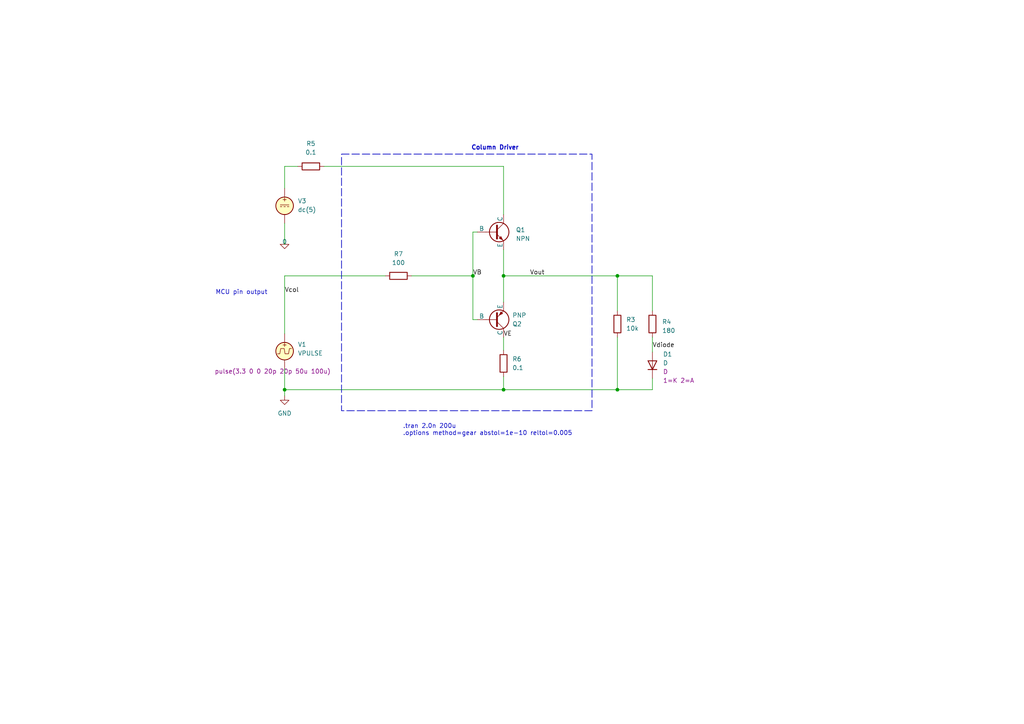
<source format=kicad_sch>
(kicad_sch (version 20250114) (generator "eeschema") (generator_version "9.0")
  (paper "A4")
  (lib_symbols
    (symbol "Device:R" (pin_numbers (hide yes)) (pin_names (offset 0))
      (property "Reference" "R" (at 2.032 0 90))
      (property "Value" "R" (at 0 0 90))
      (symbol "R_0_1"
        (rectangle (start -1.016 -2.54) (end 1.016 2.54) (stroke (width 0.254)))
      )
      (symbol "R_1_1"
        (pin passive line (at 0 3.81 270) (length 1.27) (name "~") (number "1"))
        (pin passive line (at 0 -3.81 90) (length 1.27) (name "~") (number "2"))
      )
    )
    (symbol "Simulation_SPICE:0" (power) (pin_names (offset 0))
      (property "Value" "0" (at 0 -1.778 0))
      (symbol "0_0_1"
        (polyline (pts (xy -1.27 0) (xy 0 -1.27) (xy 1.27 0) (xy -1.27 0)))
      )
      (symbol "0_1_1"
        (pin power_in line (at 0 0 0) (length 0) (hide yes) (name "0") (number "1"))
      )
    )
    (symbol "Simulation_SPICE:D" (pin_numbers (hide yes)) (pin_names (offset 1.016) (hide yes))
      (property "Reference" "D" (at 0 2.54 0))
      (property "Value" "D" (at 0 -2.54 0))
      (property "Sim.Device" "D" (at 0 0 0))
      (property "Sim.Pins" "1=K 2=A" (at 0 0 0))
      (symbol "D_0_1"
        (polyline (pts (xy -1.27 1.27) (xy -1.27 -1.27)) (stroke (width 0.254)))
        (polyline (pts (xy 1.27 1.27) (xy 1.27 -1.27) (xy -1.27 0) (xy 1.27 1.27)) (stroke (width 0.254)))
        (polyline (pts (xy 1.27 0) (xy -1.27 0)))
      )
      (symbol "D_1_1"
        (pin passive line (at -3.81 0 0) (length 2.54) (name "K") (number "1"))
        (pin passive line (at 3.81 0 180) (length 2.54) (name "A") (number "2"))
      )
    )
    (symbol "Simulation_SPICE:NPN" (pin_numbers (hide yes)) (pin_names (offset 0))
      (property "Reference" "Q" (at -2.54 7.62 0))
      (property "Value" "NPN" (at -2.54 5.08 0))
      (symbol "NPN_0_1"
        (polyline (pts (xy -2.54 0) (xy 0.635 0)) (stroke (width 0.1524)))
        (polyline (pts (xy 0.635 1.905) (xy 0.635 -1.905) (xy 0.635 -1.905)) (stroke (width 0.508)))
        (polyline (pts (xy 0.635 0.635) (xy 2.54 2.54)))
        (polyline (pts (xy 0.635 -0.635) (xy 2.54 -2.54) (xy 2.54 -2.54)))
        (circle (center 1.27 0) (radius 2.8194) (stroke (width 0.254)))
        (polyline (pts (xy 1.27 -1.778) (xy 1.778 -1.27) (xy 2.286 -2.286) (xy 1.27 -1.778) (xy 1.27 -1.778)) (fill (type outline)))
        (polyline (pts (xy 2.794 -1.27) (xy 2.794 -1.27)) (stroke (width 0.1524)))
        (polyline (pts (xy 2.794 -1.27) (xy 2.794 -1.27)) (stroke (width 0.1524)))
      )
      (symbol "NPN_1_1"
        (pin input line (at -5.08 0 0) (length 2.54) (name "B") (number "2"))
        (pin open_collector line (at 2.54 5.08 270) (length 2.54) (name "C") (number "1"))
        (pin open_emitter line (at 2.54 -5.08 90) (length 2.54) (name "E") (number "3"))
      )
    )
    (symbol "Simulation_SPICE:PNP" (pin_numbers (hide yes)) (pin_names (offset 0))
      (property "Reference" "Q" (at -2.54 7.62 0))
      (property "Value" "PNP" (at -2.54 5.08 0))
      (symbol "PNP_0_1"
        (polyline (pts (xy -2.54 0) (xy 0.635 0)) (stroke (width 0.1524)))
        (polyline (pts (xy 0.635 1.905) (xy 0.635 -1.905) (xy 0.635 -1.905)) (stroke (width 0.508)))
        (polyline (pts (xy 0.635 0.635) (xy 2.54 2.54)))
        (polyline (pts (xy 0.635 -0.635) (xy 2.54 -2.54) (xy 2.54 -2.54)))
        (circle (center 1.27 0) (radius 2.8194) (stroke (width 0.254)))
        (polyline (pts (xy 2.286 -1.778) (xy 1.778 -2.286) (xy 1.27 -1.27) (xy 2.286 -1.778) (xy 2.286 -1.778)) (fill (type outline)))
      )
      (symbol "PNP_1_1"
        (pin input line (at -5.08 0 0) (length 2.54) (name "B") (number "2"))
        (pin open_collector line (at 2.54 5.08 270) (length 2.54) (name "C") (number "1"))
        (pin open_emitter line (at 2.54 -5.08 90) (length 2.54) (name "E") (number "3"))
      )
    )
    (symbol "Simulation_SPICE:VDC" (pin_numbers (hide yes)) (pin_names (offset 0.0254))
      (property "Reference" "V" (at 2.54 2.54 0))
      (property "Value" "1" (at 2.54 0 0))
      (symbol "VDC_0_0"
        (polyline (pts (xy -1.27 0.254) (xy 1.27 0.254)))
        (polyline (pts (xy -0.762 -0.254) (xy -1.27 -0.254)))
        (polyline (pts (xy 0.254 -0.254) (xy -0.254 -0.254)))
        (polyline (pts (xy 1.27 -0.254) (xy 0.762 -0.254)))
        (text "+" (at 0 1.905 0) (effects (font (size 1.27 1.27))))
      )
      (symbol "VDC_0_1"
        (circle (center 0 0) (radius 2.54) (stroke (width 0.254)) (fill (type background)))
      )
      (symbol "VDC_1_1"
        (pin passive line (at 0 5.08 270) (length 2.54) (name "~") (number "1"))
        (pin passive line (at 0 -5.08 90) (length 2.54) (name "~") (number "2"))
      )
    )
    (symbol "Simulation_SPICE:VPULSE" (pin_numbers (hide yes)) (pin_names (offset 0.0254))
      (property "Reference" "V" (at 2.54 2.54 0))
      (property "Value" "VPULSE" (at 2.54 0 0))
      (property "Sim.Params" "y1=0 y2=1 td=2n tr=2n tf=2n tw=50n per=100n" (at 2.54 -2.54 0))
      (symbol "VPULSE_0_0"
        (polyline (pts (xy -2.032 -0.762) (xy -1.397 -0.762) (xy -1.143 0.762) (xy -0.127 0.762) (xy 0.127 -0.762) (xy 1.143 -0.762) (xy 1.397 0.762) (xy 2.032 0.762)))
        (text "+" (at 0 1.905 0) (effects (font (size 1.27 1.27))))
      )
      (symbol "VPULSE_0_1"
        (circle (center 0 0) (radius 2.54) (stroke (width 0.254)) (fill (type background)))
      )
      (symbol "VPULSE_1_1"
        (pin passive line (at 0 5.08 270) (length 2.54) (name "~") (number "1"))
        (pin passive line (at 0 -5.08 90) (length 2.54) (name "~") (number "2"))
      )
    )
    (symbol "power:GND" (power) (pin_names (offset 0))
      (property "Value" "GND" (at 0 -3.81 0))
      (symbol "GND_0_1"
        (polyline (pts (xy 0 0) (xy 0 -1.27) (xy 1.27 -1.27) (xy 0 -2.54) (xy -1.27 -1.27) (xy 0 -1.27)))
      )
      (symbol "GND_1_1"
        (pin power_in line (at 0 0 270) (length 0) (hide yes) (name "GND") (number "1"))
      )
    )
  )
  (rectangle (start 99.06 44.704) (end 171.704 119.126) (stroke (width 0.2) (type dash)))
  (text "MCU pin output" (at 62.484 85.598 0) (effects (font (size 1.27 1.27)) (justify left bottom)))
  (text ".tran 2.0n 200u\n.options method=gear abstol=1e-10 reltol=0.005" (at 116.84 126.492 0) (effects (font (size 1.27 1.27)) (justify left bottom)))
  (text "Column Driver" (at 136.652 43.688 0) (effects (font (size 1.27 1.27) (thickness 0.254) (bold yes)) (justify left bottom)))
  (junction (at 146.05 80.01))
  (junction (at 179.07 113.03))
  (junction (at 82.55 113.03))
  (junction (at 179.07 80.01))
  (junction (at 146.05 113.03))
  (junction (at 137.16 80.01))
  (wire (pts (xy 82.55 113.03) (xy 82.55 114.808)))
  (wire (pts (xy 189.23 109.728) (xy 189.23 113.03)))
  (wire (pts (xy 93.98 48.26) (xy 146.05 48.26)))
  (wire (pts (xy 179.07 80.01) (xy 189.23 80.01)))
  (wire (pts (xy 82.55 113.03) (xy 146.05 113.03)))
  (wire (pts (xy 82.55 80.01) (xy 111.76 80.01)))
  (wire (pts (xy 146.05 48.26) (xy 146.05 62.23)))
  (wire (pts (xy 137.16 80.01) (xy 137.16 92.71)))
  (wire (pts (xy 189.23 97.79) (xy 189.23 102.108)))
  (wire (pts (xy 146.05 80.01) (xy 179.07 80.01)))
  (wire (pts (xy 137.16 67.31) (xy 138.43 67.31)))
  (wire (pts (xy 82.55 106.934) (xy 82.55 113.03)))
  (wire (pts (xy 82.55 80.01) (xy 82.55 96.774)))
  (wire (pts (xy 137.16 67.31) (xy 137.16 80.01)))
  (wire (pts (xy 146.05 80.01) (xy 146.05 87.63)))
  (wire (pts (xy 119.38 80.01) (xy 137.16 80.01)))
  (wire (pts (xy 189.23 80.01) (xy 189.23 90.17)))
  (wire (pts (xy 82.55 54.61) (xy 82.55 48.26)))
  (wire (pts (xy 82.55 48.26) (xy 86.36 48.26)))
  (wire (pts (xy 179.07 113.03) (xy 189.23 113.03)))
  (wire (pts (xy 137.16 92.71) (xy 138.43 92.71)))
  (wire (pts (xy 146.05 72.39) (xy 146.05 80.01)))
  (wire (pts (xy 179.07 80.01) (xy 179.07 90.17)))
  (wire (pts (xy 82.55 64.77) (xy 82.55 70.866)))
  (wire (pts (xy 146.05 113.03) (xy 179.07 113.03)))
  (wire (pts (xy 146.05 109.22) (xy 146.05 113.03)))
  (wire (pts (xy 179.07 97.79) (xy 179.07 113.03)))
  (wire (pts (xy 146.05 97.79) (xy 146.05 101.6)))
  (label "Vout" (at 153.67 80.01 0))
  (label "VE" (at 146.05 97.79 0))
  (label "VB" (at 137.16 80.01 0))
  (label "Vdiode" (at 189.23 101.092 0))
  (label "Vcol" (at 82.55 85.09 0))
  (symbol (lib_id "Device:R") (at 179.07 93.98 0) (unit 1)
    (property "Reference" "R3" (at 181.61 92.7099 0) (effects (justify left)))
    (property "Value" "10k" (at 181.61 95.2499 0) (effects (justify left)))
  )
  (symbol (lib_id "Simulation_SPICE:0") (at 82.55 70.866 0) (unit 1)
    (property "Reference" "#GND02" (effects (hide yes)))
    (property "Value" "0" (at 82.55 70.104 0))
  )
  (symbol (lib_id "Device:R") (at 146.05 105.41 0) (unit 1)
    (property "Reference" "R6" (at 148.59 104.1399 0) (effects (justify left)))
    (property "Value" "0.1" (at 148.59 106.6799 0) (effects (justify left)))
  )
  (symbol (lib_id "Device:R") (at 189.23 93.98 0) (unit 1)
    (property "Reference" "R4" (at 192.024 93.345 0) (effects (justify left)))
    (property "Value" "180" (at 192.024 95.885 0) (effects (justify left)))
  )
  (symbol (lib_id "Device:R") (at 90.17 48.26 90) (unit 1)
    (property "Reference" "R5" (at 90.17 41.656 90))
    (property "Value" "0.1" (at 90.17 44.196 90))
  )
  (symbol (lib_id "Simulation_SPICE:VDC") (at 82.55 59.69 0) (unit 1)
    (property "Reference" "V3" (at 86.36 58.2901 0) (effects (justify left)))
    (property "Value" "dc(5)" (at 86.36 60.8301 0) (effects (justify left)))
    (property "Sim.Pins" "1=+ 2=-" (effects (hide yes)))
    (property "Sim.Type" "DC" (effects (hide yes)))
    (property "Sim.Device" "V" (effects (hide yes)))
  )
  (symbol (lib_id "Device:R") (at 115.57 80.01 90) (unit 1)
    (property "Reference" "R7" (at 115.57 73.66 90))
    (property "Value" "100" (at 115.57 76.2 90))
  )
  (symbol (lib_id "Simulation_SPICE:PNP") (at 143.51 92.71 0) (mirror x) (unit 1)
    (property "Reference" "Q2" (at 148.59 93.9801 0) (effects (justify left)))
    (property "Value" "PNP" (at 148.59 91.4401 0) (effects (justify left)))
    (property "Datasheet" "https://ngspice.sourceforge.io/docs/ngspice-html-manual/manual.xhtml#cha_BJTs" (effects (hide yes)))
    (property "Description" "Bipolar transistor symbol for simulation only, substrate tied to the emitter" (effects (hide yes)))
    (property "Sim.Device" "PNP" (effects (hide yes)))
    (property "Sim.Type" "VBIC" (effects (hide yes)))
    (property "Sim.Pins" "1=C 2=B 3=E" (effects (hide yes)))
  )
  (symbol (lib_id "Simulation_SPICE:VPULSE") (at 82.55 101.854 0) (unit 1)
    (property "Reference" "V1" (at 86.36 99.9132 0) (effects (justify left)))
    (property "Value" "VPULSE" (at 86.36 102.4532 0) (effects (justify left)))
    (property "Sim.Pins" "1=+ 2=-" (effects (hide yes)))
    (property "Sim.Type" "PULSE" (effects (hide yes)))
    (property "Sim.Device" "V" (effects (hide yes)))
    (property "Sim.Params" "pulse(3.3 0 0 20p 20p 50u 100u)" (at 62.23 107.696 0) (effects (justify left)))
  )
  (symbol (lib_id "power:GND") (at 82.55 114.808 0) (unit 1)
    (property "Reference" "#PWR01" (effects (hide yes)))
    (property "Value" "GND" (at 82.55 119.888 0))
  )
  (symbol (lib_id "Simulation_SPICE:NPN") (at 143.51 67.31 0) (unit 1)
    (property "Reference" "Q1" (at 149.606 66.675 0) (effects (justify left)))
    (property "Value" "NPN" (at 149.606 69.215 0) (effects (justify left)))
    (property "Sim.Device" "NPN" (effects (hide yes)))
    (property "Sim.Type" "VBIC" (effects (hide yes)))
    (property "Sim.Pins" "1=C 2=B 3=E" (effects (hide yes)))
  )
  (symbol (lib_id "Simulation_SPICE:D") (at 189.23 105.918 90) (unit 1)
    (property "Reference" "D1" (at 192.278 102.743 90) (effects (justify right)))
    (property "Value" "D" (at 192.278 105.283 90) (effects (justify right)))
    (property "Sim.Device" "D" (at 192.278 107.823 90) (effects (justify right)))
    (property "Sim.Pins" "1=K 2=A" (at 192.278 110.363 90) (effects (justify right)))
    (property "Sim.Params" "is=23.4p rs=0 n=3.94" (effects (hide yes)))
  )
)
</source>
